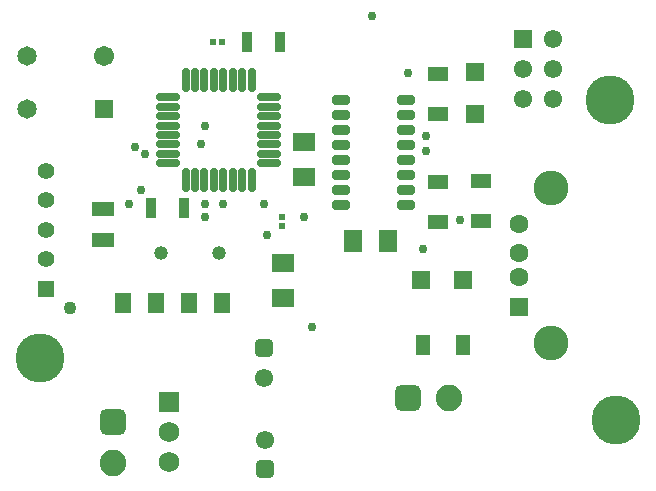
<source format=gts>
G04*
G04 #@! TF.GenerationSoftware,Altium Limited,Altium Designer,24.1.2 (44)*
G04*
G04 Layer_Color=8388736*
%FSLAX25Y25*%
%MOIN*%
G70*
G04*
G04 #@! TF.SameCoordinates,7DBD4A73-798C-42AE-A11E-901C6AB6527B*
G04*
G04*
G04 #@! TF.FilePolarity,Negative*
G04*
G01*
G75*
%ADD17R,0.07316X0.05928*%
%ADD20R,0.05906X0.05906*%
%ADD21R,0.05928X0.07316*%
%ADD22R,0.03740X0.06693*%
%ADD23R,0.05333X0.07111*%
%ADD25R,0.07087X0.05118*%
%ADD27R,0.05906X0.05906*%
%ADD28R,0.05118X0.07087*%
%ADD29R,0.01860X0.02029*%
%ADD30R,0.02029X0.01860*%
%ADD31O,0.02953X0.08268*%
%ADD32O,0.08268X0.02953*%
%ADD33R,0.07284X0.04921*%
G04:AMPARAMS|DCode=34|XSize=57.48mil|YSize=30.32mil|CornerRadius=6mil|HoleSize=0mil|Usage=FLASHONLY|Rotation=180.000|XOffset=0mil|YOffset=0mil|HoleType=Round|Shape=RoundedRectangle|*
%AMROUNDEDRECTD34*
21,1,0.05748,0.01831,0,0,180.0*
21,1,0.04547,0.03032,0,0,180.0*
1,1,0.01201,-0.02274,0.00915*
1,1,0.01201,0.02274,0.00915*
1,1,0.01201,0.02274,-0.00915*
1,1,0.01201,-0.02274,-0.00915*
%
%ADD34ROUNDEDRECTD34*%
%ADD35C,0.04646*%
%ADD36R,0.05512X0.05512*%
%ADD37C,0.05512*%
%ADD38C,0.04331*%
%ADD39C,0.06102*%
%ADD40R,0.06102X0.06102*%
G04:AMPARAMS|DCode=41|XSize=88.58mil|YSize=88.58mil|CornerRadius=23.62mil|HoleSize=0mil|Usage=FLASHONLY|Rotation=0.000|XOffset=0mil|YOffset=0mil|HoleType=Round|Shape=RoundedRectangle|*
%AMROUNDEDRECTD41*
21,1,0.08858,0.04134,0,0,0.0*
21,1,0.04134,0.08858,0,0,0.0*
1,1,0.04724,0.02067,-0.02067*
1,1,0.04724,-0.02067,-0.02067*
1,1,0.04724,-0.02067,0.02067*
1,1,0.04724,0.02067,0.02067*
%
%ADD41ROUNDEDRECTD41*%
%ADD42C,0.08858*%
%ADD43R,0.06890X0.06890*%
%ADD44C,0.06890*%
%ADD45C,0.11614*%
%ADD46C,0.06299*%
%ADD47R,0.06299X0.06299*%
G04:AMPARAMS|DCode=48|XSize=61.02mil|YSize=61.02mil|CornerRadius=16.73mil|HoleSize=0mil|Usage=FLASHONLY|Rotation=270.000|XOffset=0mil|YOffset=0mil|HoleType=Round|Shape=RoundedRectangle|*
%AMROUNDEDRECTD48*
21,1,0.06102,0.02756,0,0,270.0*
21,1,0.02756,0.06102,0,0,270.0*
1,1,0.03347,-0.01378,-0.01378*
1,1,0.03347,-0.01378,0.01378*
1,1,0.03347,0.01378,0.01378*
1,1,0.03347,0.01378,-0.01378*
%
%ADD48ROUNDEDRECTD48*%
%ADD49C,0.06102*%
%ADD50R,0.06496X0.06496*%
%ADD51C,0.06496*%
%ADD52C,0.06706*%
%ADD53C,0.16339*%
G04:AMPARAMS|DCode=54|XSize=88.58mil|YSize=88.58mil|CornerRadius=23.62mil|HoleSize=0mil|Usage=FLASHONLY|Rotation=270.000|XOffset=0mil|YOffset=0mil|HoleType=Round|Shape=RoundedRectangle|*
%AMROUNDEDRECTD54*
21,1,0.08858,0.04134,0,0,270.0*
21,1,0.04134,0.08858,0,0,270.0*
1,1,0.04724,-0.02067,-0.02067*
1,1,0.04724,-0.02067,0.02067*
1,1,0.04724,0.02067,0.02067*
1,1,0.04724,0.02067,-0.02067*
%
%ADD54ROUNDEDRECTD54*%
%ADD55C,0.02953*%
D17*
X100500Y123000D02*
D03*
Y111376D02*
D03*
X93500Y71188D02*
D03*
Y82812D02*
D03*
D20*
X139610Y77000D02*
D03*
X153390D02*
D03*
D21*
X116688Y90000D02*
D03*
X128312D02*
D03*
D22*
X49488Y101000D02*
D03*
X60512D02*
D03*
X81488Y156500D02*
D03*
X92512D02*
D03*
D23*
X73000Y69500D02*
D03*
X62167D02*
D03*
X40167D02*
D03*
X51000D02*
D03*
D25*
X159500Y96807D02*
D03*
Y110193D02*
D03*
X145000Y96307D02*
D03*
Y109693D02*
D03*
Y145693D02*
D03*
Y132307D02*
D03*
D27*
X157500Y132500D02*
D03*
Y146280D02*
D03*
D28*
X153386Y55500D02*
D03*
X140000D02*
D03*
D29*
X93000Y95019D02*
D03*
Y98000D02*
D03*
D30*
X73000Y156500D02*
D03*
X70019D02*
D03*
D31*
X60976Y110268D02*
D03*
X64126D02*
D03*
X67276D02*
D03*
X70425D02*
D03*
X73575D02*
D03*
X76724D02*
D03*
X79874D02*
D03*
X83024D02*
D03*
Y143732D02*
D03*
X79874D02*
D03*
X76724D02*
D03*
X73575D02*
D03*
X70425D02*
D03*
X67276D02*
D03*
X64126D02*
D03*
X60976D02*
D03*
D32*
X88732Y115976D02*
D03*
Y119126D02*
D03*
Y122276D02*
D03*
Y125425D02*
D03*
Y128575D02*
D03*
Y131724D02*
D03*
Y134874D02*
D03*
Y138024D02*
D03*
X55268D02*
D03*
Y134874D02*
D03*
Y131724D02*
D03*
Y128575D02*
D03*
Y125425D02*
D03*
Y122276D02*
D03*
Y119126D02*
D03*
Y115976D02*
D03*
D33*
X33500Y100736D02*
D03*
Y90500D02*
D03*
D34*
X134327Y102000D02*
D03*
Y107000D02*
D03*
Y112000D02*
D03*
Y117000D02*
D03*
Y122000D02*
D03*
Y127000D02*
D03*
Y132000D02*
D03*
Y137000D02*
D03*
X112673D02*
D03*
Y132000D02*
D03*
Y127000D02*
D03*
Y122000D02*
D03*
Y117000D02*
D03*
Y112000D02*
D03*
Y107000D02*
D03*
Y102000D02*
D03*
D35*
X72106Y86000D02*
D03*
X52894D02*
D03*
D36*
X14500Y74158D02*
D03*
D37*
Y84000D02*
D03*
Y93843D02*
D03*
Y103685D02*
D03*
Y113528D02*
D03*
D38*
X22374Y67858D02*
D03*
D39*
X183500Y137500D02*
D03*
Y147500D02*
D03*
Y157500D02*
D03*
X173500Y137500D02*
D03*
Y147500D02*
D03*
D40*
Y157500D02*
D03*
D41*
X135110Y37886D02*
D03*
D42*
X148890D02*
D03*
X36886Y16110D02*
D03*
D43*
X55500Y36500D02*
D03*
D44*
Y26500D02*
D03*
Y16500D02*
D03*
D45*
X182665Y107866D02*
D03*
Y56134D02*
D03*
D46*
X171996Y95780D02*
D03*
Y85937D02*
D03*
Y78063D02*
D03*
D47*
Y68220D02*
D03*
D48*
X87500Y14000D02*
D03*
X87000Y54343D02*
D03*
D49*
X87500Y23843D02*
D03*
X87000Y44500D02*
D03*
D50*
X33795Y134142D02*
D03*
D51*
X8205D02*
D03*
Y151858D02*
D03*
D52*
X33795D02*
D03*
D53*
X204500Y30500D02*
D03*
X12500Y51000D02*
D03*
X202500Y137000D02*
D03*
D54*
X36886Y29890D02*
D03*
D55*
X140212Y87500D02*
D03*
X67500Y98000D02*
D03*
X42000Y102500D02*
D03*
X100500Y98000D02*
D03*
X87000Y102500D02*
D03*
X88000Y92000D02*
D03*
X47500Y119000D02*
D03*
X46000Y107000D02*
D03*
X67500Y128500D02*
D03*
X123000Y165000D02*
D03*
X103000Y61500D02*
D03*
X66000Y122500D02*
D03*
X135000Y146000D02*
D03*
X141000Y125000D02*
D03*
Y120000D02*
D03*
X152500Y97000D02*
D03*
X73500Y102500D02*
D03*
X67500D02*
D03*
X44000Y121500D02*
D03*
M02*

</source>
